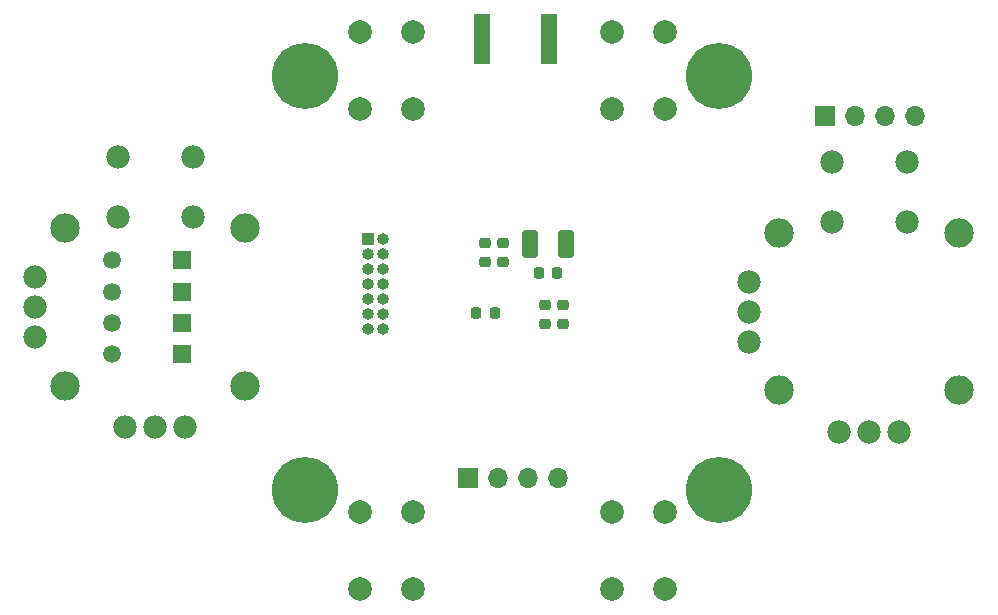
<source format=gbs>
%TF.GenerationSoftware,KiCad,Pcbnew,(7.0.0)*%
%TF.CreationDate,2023-11-05T00:37:01+05:30*%
%TF.ProjectId,Drone_Controller_2.0,44726f6e-655f-4436-9f6e-74726f6c6c65,rev?*%
%TF.SameCoordinates,Original*%
%TF.FileFunction,Soldermask,Bot*%
%TF.FilePolarity,Negative*%
%FSLAX46Y46*%
G04 Gerber Fmt 4.6, Leading zero omitted, Abs format (unit mm)*
G04 Created by KiCad (PCBNEW (7.0.0)) date 2023-11-05 00:37:01*
%MOMM*%
%LPD*%
G01*
G04 APERTURE LIST*
G04 Aperture macros list*
%AMRoundRect*
0 Rectangle with rounded corners*
0 $1 Rounding radius*
0 $2 $3 $4 $5 $6 $7 $8 $9 X,Y pos of 4 corners*
0 Add a 4 corners polygon primitive as box body*
4,1,4,$2,$3,$4,$5,$6,$7,$8,$9,$2,$3,0*
0 Add four circle primitives for the rounded corners*
1,1,$1+$1,$2,$3*
1,1,$1+$1,$4,$5*
1,1,$1+$1,$6,$7*
1,1,$1+$1,$8,$9*
0 Add four rect primitives between the rounded corners*
20,1,$1+$1,$2,$3,$4,$5,0*
20,1,$1+$1,$4,$5,$6,$7,0*
20,1,$1+$1,$6,$7,$8,$9,0*
20,1,$1+$1,$8,$9,$2,$3,0*%
G04 Aperture macros list end*
%ADD10C,1.500000*%
%ADD11RoundRect,0.250000X-0.550000X0.550000X-0.550000X-0.550000X0.550000X-0.550000X0.550000X0.550000X0*%
%ADD12C,5.600000*%
%ADD13C,2.000000*%
%ADD14R,1.700000X1.700000*%
%ADD15O,1.700000X1.700000*%
%ADD16R,1.000000X1.000000*%
%ADD17O,1.000000X1.000000*%
%ADD18R,1.350000X4.200000*%
%ADD19C,1.982000*%
%ADD20C,2.490000*%
%ADD21RoundRect,0.225000X-0.250000X0.225000X-0.250000X-0.225000X0.250000X-0.225000X0.250000X0.225000X0*%
%ADD22RoundRect,0.250000X-0.412500X-0.925000X0.412500X-0.925000X0.412500X0.925000X-0.412500X0.925000X0*%
%ADD23RoundRect,0.225000X-0.225000X-0.250000X0.225000X-0.250000X0.225000X0.250000X-0.225000X0.250000X0*%
%ADD24RoundRect,0.225000X0.250000X-0.225000X0.250000X0.225000X-0.250000X0.225000X-0.250000X-0.225000X0*%
G04 APERTURE END LIST*
D10*
%TO.C,J7*%
X162910000Y-97129600D03*
D11*
X168910000Y-97129600D03*
%TD*%
D12*
%TO.C,H1*%
X179324000Y-81534000D03*
%TD*%
D13*
%TO.C,SW2*%
X183932000Y-124916000D03*
X183932000Y-118416000D03*
X188432000Y-124916000D03*
X188432000Y-118416000D03*
%TD*%
D10*
%TO.C,J10*%
X162910000Y-105054400D03*
D11*
X168910000Y-105054400D03*
%TD*%
D10*
%TO.C,J9*%
X162910000Y-102412800D03*
D11*
X168910000Y-102412800D03*
%TD*%
D12*
%TO.C,H4*%
X214376000Y-116586000D03*
%TD*%
D14*
%TO.C,J2*%
X193100799Y-115569999D03*
D15*
X195640799Y-115569999D03*
X198180799Y-115569999D03*
X200720799Y-115569999D03*
%TD*%
D13*
%TO.C,SW4*%
X205268000Y-84276000D03*
X205268000Y-77776000D03*
X209768000Y-84276000D03*
X209768000Y-77776000D03*
%TD*%
D16*
%TO.C,J4*%
X184657999Y-95300799D03*
D17*
X185927999Y-95300799D03*
X184657999Y-96570799D03*
X185927999Y-96570799D03*
X184657999Y-97840799D03*
X185927999Y-97840799D03*
X184657999Y-99110799D03*
X185927999Y-99110799D03*
X184657999Y-100380799D03*
X185927999Y-100380799D03*
X184657999Y-101650799D03*
X185927999Y-101650799D03*
X184657999Y-102920799D03*
X185927999Y-102920799D03*
%TD*%
D12*
%TO.C,H2*%
X214376000Y-81534000D03*
%TD*%
%TO.C,H3*%
X179324000Y-116586000D03*
%TD*%
D18*
%TO.C,J3*%
X199928999Y-78406599D03*
X194278999Y-78406599D03*
%TD*%
D19*
%TO.C,U3*%
X163449000Y-88392000D03*
X169799000Y-88392000D03*
X163449000Y-93472000D03*
X169799000Y-93472000D03*
X164084000Y-111252000D03*
X166624000Y-111252000D03*
X169164000Y-111252000D03*
D20*
X159004000Y-94424500D03*
X159004000Y-107759500D03*
X174244000Y-107759500D03*
X174244000Y-94424500D03*
D19*
X156464000Y-98552000D03*
X156464000Y-101092000D03*
X156464000Y-103632000D03*
%TD*%
D13*
%TO.C,SW3*%
X205268000Y-124916000D03*
X205268000Y-118416000D03*
X209768000Y-124916000D03*
X209768000Y-118416000D03*
%TD*%
D10*
%TO.C,J8*%
X162910000Y-99771200D03*
D11*
X168910000Y-99771200D03*
%TD*%
D19*
%TO.C,U4*%
X223901000Y-88773000D03*
X230251000Y-88773000D03*
X223901000Y-93853000D03*
X230251000Y-93853000D03*
X224536000Y-111633000D03*
X227076000Y-111633000D03*
X229616000Y-111633000D03*
D20*
X219456000Y-94805500D03*
X219456000Y-108140500D03*
X234696000Y-108140500D03*
X234696000Y-94805500D03*
D19*
X216916000Y-98933000D03*
X216916000Y-101473000D03*
X216916000Y-104013000D03*
%TD*%
D13*
%TO.C,SW1*%
X183932000Y-84276000D03*
X183932000Y-77776000D03*
X188432000Y-84276000D03*
X188432000Y-77776000D03*
%TD*%
D14*
%TO.C,J1*%
X223275999Y-84937599D03*
D15*
X225815999Y-84937599D03*
X228355999Y-84937599D03*
X230895999Y-84937599D03*
%TD*%
D21*
%TO.C,C32*%
X194538600Y-95694200D03*
X194538600Y-97244200D03*
%TD*%
D22*
%TO.C,C34*%
X198297800Y-95758000D03*
X201372800Y-95758000D03*
%TD*%
D23*
%TO.C,C36*%
X199097600Y-98171000D03*
X200647600Y-98171000D03*
%TD*%
%TO.C,C31*%
X193801400Y-101574600D03*
X195351400Y-101574600D03*
%TD*%
D24*
%TO.C,C33*%
X199618600Y-102502000D03*
X199618600Y-100952000D03*
%TD*%
%TO.C,C35*%
X201117200Y-102502000D03*
X201117200Y-100952000D03*
%TD*%
D21*
%TO.C,C40*%
X196011800Y-95694200D03*
X196011800Y-97244200D03*
%TD*%
M02*

</source>
